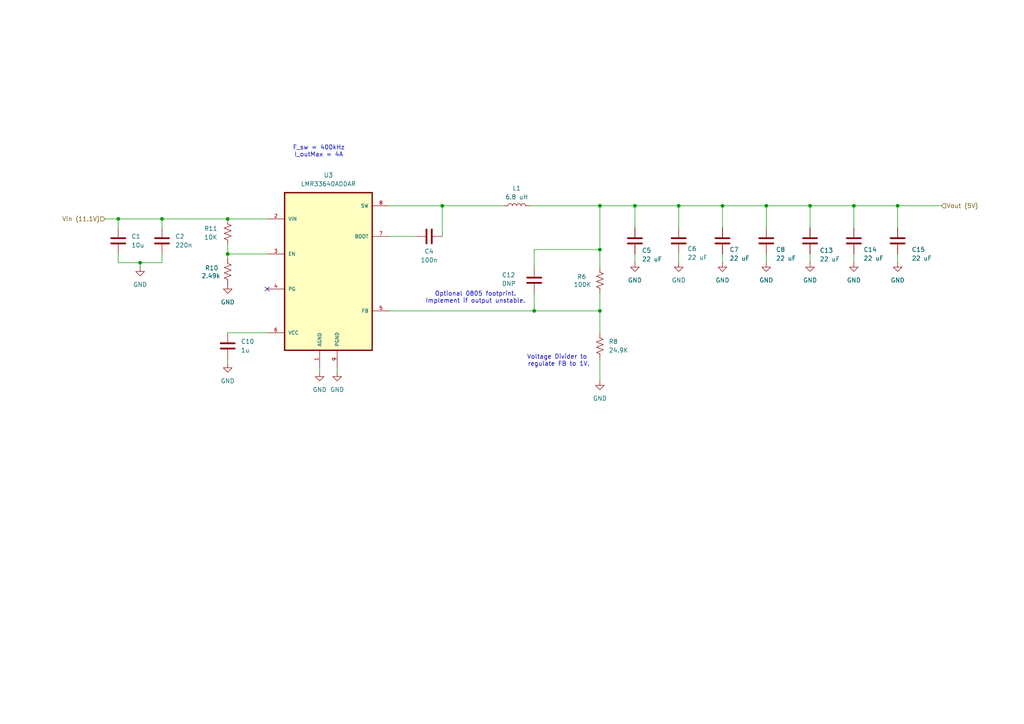
<source format=kicad_sch>
(kicad_sch (version 20250114) (generator "eeschema") (generator_version "9.0")
  (paper "A4")
  (title_block (title "Buck_Converter_Schematic") (date "2025-10-13") (company "Missouri S&T Rocket Design Team"))
  (lib_symbols
    (symbol "Device:C" (pin_numbers (hide yes)) (pin_names (offset 0.254))
      (property "Reference" "C" (at 0.635 2.54 0))
      (property "Value" "C" (at 0.635 -2.54 0))
      (symbol "C_0_1"
        (polyline (pts (xy -2.032 0.762) (xy 2.032 0.762)) (stroke (width 0.508)))
        (polyline (pts (xy -2.032 -0.762) (xy 2.032 -0.762)) (stroke (width 0.508)))
      )
      (symbol "C_1_1"
        (pin passive line (at 0 3.81 270) (length 2.794) (name "~") (number "1"))
        (pin passive line (at 0 -3.81 90) (length 2.794) (name "~") (number "2"))
      )
    )
    (symbol "Device:L" (pin_numbers (hide yes)) (pin_names (offset 1.016) (hide yes))
      (property "Reference" "L" (at -1.27 0 90))
      (property "Value" "L" (at 1.905 0 90))
      (symbol "L_0_1"
        (arc (start 0 2.54) (mid 0.6323 1.905) (end 0 1.27))
        (arc (start 0 1.27) (mid 0.6323 0.635) (end 0 0))
        (arc (start 0 0) (mid 0.6323 -0.635) (end 0 -1.27))
        (arc (start 0 -1.27) (mid 0.6323 -1.905) (end 0 -2.54))
      )
      (symbol "L_1_1"
        (pin passive line (at 0 3.81 270) (length 1.27) (name "1") (number "1"))
        (pin passive line (at 0 -3.81 90) (length 1.27) (name "2") (number "2"))
      )
    )
    (symbol "Device:R_US" (pin_numbers (hide yes)) (pin_names (offset 0))
      (property "Reference" "R" (at 2.54 0 90))
      (property "Value" "R_US" (at -2.54 0 90))
      (symbol "R_US_0_1"
        (polyline (pts (xy 0 2.286) (xy 0 2.54)))
        (polyline (pts (xy 0 2.286) (xy 1.016 1.905) (xy 0 1.524) (xy -1.016 1.143) (xy 0 0.762)))
        (polyline (pts (xy 0 0.762) (xy 1.016 0.381) (xy 0 0) (xy -1.016 -0.381) (xy 0 -0.762)))
        (polyline (pts (xy 0 -0.762) (xy 1.016 -1.143) (xy 0 -1.524) (xy -1.016 -1.905) (xy 0 -2.286)))
        (polyline (pts (xy 0 -2.286) (xy 0 -2.54)))
      )
      (symbol "R_US_1_1"
        (pin passive line (at 0 3.81 270) (length 1.27) (name "~") (number "1"))
        (pin passive line (at 0 -3.81 90) (length 1.27) (name "~") (number "2"))
      )
    )
    (symbol "LMR33640ADDAR:LMR33640ADDAR" (pin_names (offset 1.016))
      (property "Reference" "U" (at -12.7 23.86 0))
      (property "Value" "LMR33640ADDAR" (at -27.432 -26.924 0))
      (symbol "LMR33640ADDAR_0_0"
        (rectangle (start -12.7 22.86) (end 12.7 -22.86) (stroke (width 0.41)) (fill (type background)))
        (pin input line (at -17.78 15.24 0) (length 5.08) (name "VIN") (number "2"))
        (pin bidirectional line (at -17.78 5.08 0) (length 5.08) (name "EN") (number "3"))
        (pin bidirectional line (at -17.78 -5.08 0) (length 5.08) (name "PG") (number "4"))
        (pin power_in line (at -17.78 -17.78 0) (length 5.08) (name "VCC") (number "6"))
        (pin power_in line (at -2.54 -27.94 90) (length 5.08) (name "AGND") (number "1"))
        (pin bidirectional line (at 17.78 19.05 180) (length 5.08) (name "SW") (number "8"))
        (pin bidirectional line (at 17.78 10.16 180) (length 5.08) (name "BOOT") (number "7"))
        (pin bidirectional line (at 17.78 -11.43 180) (length 5.08) (name "FB") (number "5"))
      )
      (symbol "LMR33640ADDAR_1_0"
        (pin power_in line (at 2.54 -27.94 90) (length 5.08) (name "PGND") (number "9"))
      )
    )
    (symbol "power:GND" (power) (pin_numbers (hide yes)) (pin_names (offset 0) (hide yes))
      (property "Value" "GND" (at 0 -3.81 0))
      (symbol "GND_0_1"
        (polyline (pts (xy 0 0) (xy 0 -1.27) (xy 1.27 -1.27) (xy 0 -2.54) (xy -1.27 -1.27) (xy 0 -1.27)))
      )
      (symbol "GND_1_1"
        (pin power_in line (at 0 0 270) (length 0) (name "~") (number "1"))
      )
    )
  )
  (text "Optional 0805 footprint.\nImplement if output unstable." (at 137.922 86.36 0) (effects (font (size 1.27 1.27))))
  (text "Voltage Divider to \nregulate FB to 1V." (at 162.052 104.648 0) (effects (font (size 1.27 1.27))))
  (text "F_sw = 400kHz\nI_outMax = 4A" (at 92.456 43.942 0) (effects (font (size 1.27 1.27))))
  (junction (at 66.04 63.5))
  (junction (at 66.04 73.66))
  (junction (at 260.35 59.69))
  (junction (at 154.94 90.17))
  (junction (at 196.85 59.69))
  (junction (at 173.99 72.39))
  (junction (at 184.15 59.69))
  (junction (at 173.99 90.17))
  (junction (at 34.29 63.5))
  (junction (at 46.99 63.5))
  (junction (at 234.95 59.69))
  (junction (at 128.27 59.69))
  (junction (at 222.25 59.69))
  (junction (at 40.64 76.2))
  (junction (at 209.55 59.69))
  (junction (at 247.65 59.69))
  (junction (at 173.99 59.69))
  (no_connect (at 77.47 83.82))
  (wire (pts (xy 196.85 59.69) (xy 196.85 66.04)))
  (wire (pts (xy 128.27 59.69) (xy 113.03 59.69)))
  (wire (pts (xy 30.48 63.5) (xy 34.29 63.5)))
  (wire (pts (xy 154.94 90.17) (xy 173.99 90.17)))
  (wire (pts (xy 154.94 85.09) (xy 154.94 90.17)))
  (wire (pts (xy 247.65 59.69) (xy 247.65 66.04)))
  (wire (pts (xy 209.55 59.69) (xy 209.55 66.04)))
  (wire (pts (xy 222.25 73.66) (xy 222.25 76.2)))
  (wire (pts (xy 128.27 59.69) (xy 128.27 68.58)))
  (wire (pts (xy 97.79 107.95) (xy 97.79 106.68)))
  (wire (pts (xy 173.99 72.39) (xy 173.99 77.47)))
  (wire (pts (xy 46.99 63.5) (xy 46.99 66.04)))
  (wire (pts (xy 66.04 105.41) (xy 66.04 104.14)))
  (wire (pts (xy 173.99 90.17) (xy 173.99 85.09)))
  (wire (pts (xy 46.99 63.5) (xy 66.04 63.5)))
  (wire (pts (xy 34.29 63.5) (xy 46.99 63.5)))
  (wire (pts (xy 46.99 73.66) (xy 46.99 76.2)))
  (wire (pts (xy 247.65 59.69) (xy 234.95 59.69)))
  (wire (pts (xy 234.95 59.69) (xy 234.95 66.04)))
  (wire (pts (xy 146.05 59.69) (xy 128.27 59.69)))
  (wire (pts (xy 196.85 73.66) (xy 196.85 76.2)))
  (wire (pts (xy 260.35 59.69) (xy 247.65 59.69)))
  (wire (pts (xy 34.29 76.2) (xy 40.64 76.2)))
  (wire (pts (xy 153.67 59.69) (xy 173.99 59.69)))
  (wire (pts (xy 273.05 59.69) (xy 260.35 59.69)))
  (wire (pts (xy 260.35 73.66) (xy 260.35 76.2)))
  (wire (pts (xy 184.15 59.69) (xy 184.15 66.04)))
  (wire (pts (xy 92.71 107.95) (xy 92.71 106.68)))
  (wire (pts (xy 66.04 71.12) (xy 66.04 73.66)))
  (wire (pts (xy 113.03 90.17) (xy 154.94 90.17)))
  (wire (pts (xy 173.99 59.69) (xy 173.99 72.39)))
  (wire (pts (xy 173.99 104.14) (xy 173.99 110.49)))
  (wire (pts (xy 196.85 59.69) (xy 209.55 59.69)))
  (wire (pts (xy 66.04 96.52) (xy 77.47 96.52)))
  (wire (pts (xy 34.29 63.5) (xy 34.29 66.04)))
  (wire (pts (xy 154.94 72.39) (xy 173.99 72.39)))
  (wire (pts (xy 66.04 73.66) (xy 77.47 73.66)))
  (wire (pts (xy 173.99 90.17) (xy 173.99 96.52)))
  (wire (pts (xy 46.99 76.2) (xy 40.64 76.2)))
  (wire (pts (xy 247.65 73.66) (xy 247.65 76.2)))
  (wire (pts (xy 209.55 59.69) (xy 222.25 59.69)))
  (wire (pts (xy 113.03 68.58) (xy 120.65 68.58)))
  (wire (pts (xy 234.95 73.66) (xy 234.95 76.2)))
  (wire (pts (xy 209.55 73.66) (xy 209.55 76.2)))
  (wire (pts (xy 34.29 73.66) (xy 34.29 76.2)))
  (wire (pts (xy 184.15 59.69) (xy 173.99 59.69)))
  (wire (pts (xy 66.04 73.66) (xy 66.04 74.93)))
  (wire (pts (xy 154.94 77.47) (xy 154.94 72.39)))
  (wire (pts (xy 184.15 59.69) (xy 196.85 59.69)))
  (wire (pts (xy 222.25 59.69) (xy 222.25 66.04)))
  (wire (pts (xy 260.35 59.69) (xy 260.35 66.04)))
  (wire (pts (xy 40.64 76.2) (xy 40.64 77.47)))
  (wire (pts (xy 184.15 73.66) (xy 184.15 76.2)))
  (wire (pts (xy 66.04 63.5) (xy 77.47 63.5)))
  (wire (pts (xy 234.95 59.69) (xy 222.25 59.69)))
  (hierarchical_label "Vout (5V)" (shape input) (at 273.05 59.69 0))
  (hierarchical_label "Vin (11.1V)" (shape input) (at 30.48 63.5 180))
  (symbol (lib_id "Device:C") (at 46.99 69.85 0) (unit 1)
    (property "Reference" "C2" (at 50.8 68.58 0) (effects (justify left)))
    (property "Value" "220n" (at 50.8 71.12 0) (effects (justify left)))
    (property "Footprint" "Capacitor_SMD:C_0805_2012Metric" (effects (hide yes)))
    (property "Datasheet" "https://www.samsungsem.com/resources/file/global/support/product_catalog/MLCC.pdf" (effects (hide yes)))
    (property "DigiKey" "https://www.digikey.com/en/products/detail/samsung-electro-mechanics/CL21B224KBFNNNG/3894501" (effects (hide yes)))
  )
  (symbol (lib_id "power:GND") (at 222.25 76.2 0) (unit 1)
    (property "Reference" "#PWR042" (effects (hide yes)))
    (property "Value" "GND" (at 222.25 81.28 0))
    (property "Description" "Power symbol creates a global label with name \"GND\" , ground" (effects (hide yes)))
  )
  (symbol (lib_id "power:GND") (at 234.95 76.2 0) (unit 1)
    (property "Reference" "#PWR032" (effects (hide yes)))
    (property "Value" "GND" (at 234.95 81.28 0))
    (property "Description" "Power symbol creates a global label with name \"GND\" , ground" (effects (hide yes)))
  )
  (symbol (lib_id "power:GND") (at 209.55 76.2 0) (unit 1)
    (property "Reference" "#PWR041" (effects (hide yes)))
    (property "Value" "GND" (at 209.55 81.28 0))
    (property "Description" "Power symbol creates a global label with name \"GND\" , ground" (effects (hide yes)))
  )
  (symbol (lib_id "Device:L") (at 149.86 59.69 90) (unit 1)
    (property "Reference" "L1" (at 149.86 54.61 90))
    (property "Value" "6.8 uH" (at 149.86 57.15 90))
    (property "Footprint" "CSBX0650-6R8M:IND_CSBX0650-6R8M" (effects (hide yes)))
    (property "Datasheet" "https://www.codaca.com/Private/pdf/CSBX0650.pdf" (effects (hide yes)))
    (property "Description" "Inductor" (effects (hide yes)))
    (property "DigiKey" "https://www.digikey.com/en/products/detail/codaca/CSBX0650-6R8M/16023993" (effects (hide yes)))
  )
  (symbol (lib_id "power:GND") (at 92.71 107.95 0) (unit 1)
    (property "Reference" "#PWR038" (effects (hide yes)))
    (property "Value" "GND" (at 92.71 113.03 0))
    (property "Description" "Power symbol creates a global label with name \"GND\" , ground" (effects (hide yes)))
  )
  (symbol (lib_id "Device:C") (at 184.15 69.85 0) (unit 1)
    (property "Reference" "C5" (at 186.182 72.644 0) (effects (justify left)))
    (property "Value" "22 uF" (at 186.182 75.184 0) (effects (justify left)))
    (property "Footprint" "Capacitor_SMD:C_0805_2012Metric" (effects (hide yes)))
    (property "Datasheet" "https://mm.digikey.com/Volume0/opasdata/d220001/medias/docus/2414/CL21A226MAYNNWE_Spec.pdf" (effects (hide yes)))
    (property "Description" "Unpolarized capacitor" (effects (hide yes)))
    (property "DigiKey" "https://www.digikey.com/en/products/detail/samsung-electro-mechanics/CL21A226MAYNNWE/16344162" (effects (hide yes)))
  )
  (symbol (lib_id "Device:C") (at 209.55 69.85 0) (unit 1)
    (property "Reference" "C7" (at 211.582 72.39 0) (effects (justify left)))
    (property "Value" "22 uF" (at 211.582 74.93 0) (effects (justify left)))
    (property "Footprint" "Capacitor_SMD:C_0805_2012Metric" (effects (hide yes)))
    (property "Datasheet" "https://mm.digikey.com/Volume0/opasdata/d220001/medias/docus/2414/CL21A226MAYNNWE_Spec.pdf" (effects (hide yes)))
    (property "Description" "Unpolarized capacitor" (effects (hide yes)))
    (property "DigiKey" "https://www.digikey.com/en/products/detail/samsung-electro-mechanics/CL21A226MAYNNWE/16344162" (effects (hide yes)))
  )
  (symbol (lib_id "power:GND") (at 66.04 105.41 0) (unit 1)
    (property "Reference" "#PWR026" (effects (hide yes)))
    (property "Value" "GND" (at 66.04 110.49 0))
    (property "Description" "Power symbol creates a global label with name \"GND\" , ground" (effects (hide yes)))
  )
  (symbol (lib_id "power:GND") (at 196.85 76.2 0) (unit 1)
    (property "Reference" "#PWR040" (effects (hide yes)))
    (property "Value" "GND" (at 196.85 81.28 0))
    (property "Description" "Power symbol creates a global label with name \"GND\" , ground" (effects (hide yes)))
  )
  (symbol (lib_id "power:GND") (at 184.15 76.2 0) (unit 1)
    (property "Reference" "#PWR035" (effects (hide yes)))
    (property "Value" "GND" (at 184.15 81.28 0))
    (property "Description" "Power symbol creates a global label with name \"GND\" , ground" (effects (hide yes)))
  )
  (symbol (lib_id "Device:C") (at 66.04 100.33 0) (unit 1)
    (property "Reference" "C10" (at 69.85 99.06 0) (effects (justify left)))
    (property "Value" "1u" (at 69.85 101.6 0) (effects (justify left)))
    (property "Footprint" "Capacitor_SMD:C_0805_2012Metric" (effects (hide yes)))
    (property "Datasheet" "https://mm.digikey.com/Volume0/opasdata/d220001/medias/docus/3713/CL21Y105KCYVPNE_DS.pdf" (effects (hide yes)))
    (property "DigiKey" "https://www.digikey.com/en/products/detail/samsung-electro-mechanics/CL21Y105KCYVPNE/14565404" (effects (hide yes)))
  )
  (symbol (lib_id "Device:R_US") (at 173.99 100.33 0) (unit 1)
    (property "Reference" "R8" (at 176.53 99.0599 0) (effects (justify left)))
    (property "Value" "24.9K" (at 176.53 101.5999 0) (effects (justify left)))
    (property "Footprint" "Resistor_SMD:R_0603_1608Metric" (effects (hide yes)))
    (property "Datasheet" "https://www.vishay.com/docs/28758/tnpw_e3.pdf" (effects (hide yes)))
    (property "DigiKey" "https://www.digikey.com/en/products/detail/vishay-dale/TNPW0603100KBEEA/1606995" (effects (hide yes)))
  )
  (symbol (lib_id "Device:R_US") (at 66.04 78.74 180) (unit 1)
    (property "Reference" "R10" (at 59.436 77.724 0) (effects (justify right)))
    (property "Value" "2.49k" (at 58.42 80.01 0) (effects (justify right)))
    (property "Footprint" "Resistor_SMD:R_0603_1608Metric" (effects (hide yes)))
    (property "Datasheet" "https://www.vishay.com/docs/28758/tnpw_e3.pdf" (effects (hide yes)))
    (property "DigiKey" "https://www.digikey.com/en/products/detail/vishay-dale/TNPW06032K49BEEA/1606810" (effects (hide yes)))
  )
  (symbol (lib_id "Device:C") (at 154.94 81.28 180) (unit 1)
    (property "Reference" "C12" (at 145.542 79.756 0) (effects (justify right)))
    (property "Value" "DNP" (at 145.542 82.296 0) (effects (justify right)))
    (property "Footprint" "Capacitor_SMD:C_0805_2012Metric" (effects (hide yes)))
    (property "Description" "Unpolarized capacitor" (effects (hide yes)))
  )
  (symbol (lib_id "Device:C") (at 260.35 69.85 0) (unit 1)
    (property "Reference" "C15" (at 264.414 72.39 0) (effects (justify left)))
    (property "Value" "22 uF" (at 264.414 74.93 0) (effects (justify left)))
    (property "Footprint" "Capacitor_SMD:C_0805_2012Metric" (effects (hide yes)))
    (property "Datasheet" "https://mm.digikey.com/Volume0/opasdata/d220001/medias/docus/2414/CL21A226MAYNNWE_Spec.pdf" (effects (hide yes)))
    (property "Description" "Unpolarized capacitor" (effects (hide yes)))
    (property "DigiKey" "https://www.digikey.com/en/products/detail/samsung-electro-mechanics/CL21A226MAYNNWE/16344162" (effects (hide yes)))
  )
  (symbol (lib_id "power:GND") (at 66.04 82.55 0) (unit 1)
    (property "Reference" "#PWR031" (effects (hide yes)))
    (property "Value" "GND" (at 66.04 87.63 0))
    (property "Description" "Power symbol creates a global label with name \"GND\" , ground" (effects (hide yes)))
  )
  (symbol (lib_id "Device:C") (at 222.25 69.85 0) (unit 1)
    (property "Reference" "C8" (at 225.044 72.39 0) (effects (justify left)))
    (property "Value" "22 uF" (at 225.044 74.93 0) (effects (justify left)))
    (property "Footprint" "Capacitor_SMD:C_0805_2012Metric" (effects (hide yes)))
    (property "Datasheet" "https://mm.digikey.com/Volume0/opasdata/d220001/medias/docus/2414/CL21A226MAYNNWE_Spec.pdf" (effects (hide yes)))
    (property "Description" "Unpolarized capacitor" (effects (hide yes)))
    (property "DigiKey" "https://www.digikey.com/en/products/detail/samsung-electro-mechanics/CL21A226MAYNNWE/16344162" (effects (hide yes)))
  )
  (symbol (lib_id "Device:R_US") (at 173.99 81.28 180) (unit 1)
    (property "Reference" "R6" (at 167.386 80.264 0) (effects (justify right)))
    (property "Value" "100K" (at 166.37 82.55 0) (effects (justify right)))
    (property "Footprint" "Resistor_SMD:R_0603_1608Metric" (effects (hide yes)))
    (property "Datasheet" "https://www.vishay.com/docs/28758/tnpw_e3.pdf" (effects (hide yes)))
    (property "DigiKey" "https://www.digikey.com/en/products/detail/vishay-dale/TNPW0603100KBEEA/1606995" (effects (hide yes)))
  )
  (symbol (lib_id "Device:R_US") (at 66.04 67.31 0) (unit 1)
    (property "Reference" "R11" (at 59.182 66.294 0) (effects (justify left)))
    (property "Value" "10K" (at 59.182 68.834 0) (effects (justify left)))
    (property "Footprint" "Resistor_SMD:R_0603_1608Metric" (effects (hide yes)))
    (property "Datasheet" "https://www.vishay.com/docs/28758/tnpw_e3.pdf" (effects (hide yes)))
    (property "DigiKey" "https://www.digikey.com/en/products/detail/vishay-dale/TNPW060310K0BEEA/1606881" (effects (hide yes)))
  )
  (symbol (lib_id "Device:C") (at 34.29 69.85 0) (unit 1)
    (property "Reference" "C1" (at 38.1 68.58 0) (effects (justify left)))
    (property "Value" "10u" (at 38.1 71.12 0) (effects (justify left)))
    (property "Footprint" "Capacitor_SMD:C_0805_2012Metric" (effects (hide yes)))
    (property "Datasheet" "https://mm.digikey.com/Volume0/opasdata/d220001/medias/docus/5545/CL21A106KAYNNNE%20Spec.pdf" (effects (hide yes)))
    (property "DigiKey" "https://www.digikey.com/en/products/detail/samsung-electro-mechanics/CL21A106KAYNNNE/3888549" (effects (hide yes)))
  )
  (symbol (lib_id "power:GND") (at 247.65 76.2 0) (unit 1)
    (property "Reference" "#PWR033" (effects (hide yes)))
    (property "Value" "GND" (at 247.65 81.28 0))
    (property "Description" "Power symbol creates a global label with name \"GND\" , ground" (effects (hide yes)))
  )
  (symbol (lib_id "power:GND") (at 173.99 110.49 0) (unit 1)
    (property "Reference" "#PWR036" (effects (hide yes)))
    (property "Value" "GND" (at 173.99 115.57 0))
    (property "Description" "Power symbol creates a global label with name \"GND\" , ground" (effects (hide yes)))
  )
  (symbol (lib_id "Device:C") (at 234.95 69.85 0) (unit 1)
    (property "Reference" "C13" (at 237.744 72.644 0) (effects (justify left)))
    (property "Value" "22 uF" (at 237.744 75.184 0) (effects (justify left)))
    (property "Footprint" "Capacitor_SMD:C_0805_2012Metric" (effects (hide yes)))
    (property "Datasheet" "https://mm.digikey.com/Volume0/opasdata/d220001/medias/docus/2414/CL21A226MAYNNWE_Spec.pdf" (effects (hide yes)))
    (property "Description" "Unpolarized capacitor" (effects (hide yes)))
    (property "DigiKey" "https://www.digikey.com/en/products/detail/samsung-electro-mechanics/CL21A226MAYNNWE/16344162" (effects (hide yes)))
  )
  (symbol (lib_id "power:GND") (at 40.64 77.47 0) (unit 1)
    (property "Reference" "#PWR039" (effects (hide yes)))
    (property "Value" "GND" (at 40.64 82.55 0))
    (property "Description" "Power symbol creates a global label with name \"GND\" , ground" (effects (hide yes)))
  )
  (symbol (lib_id "Device:C") (at 124.46 68.58 90) (unit 1)
    (property "Reference" "C4" (at 124.46 72.898 90))
    (property "Value" "100n" (at 124.46 75.438 90))
    (property "Footprint" "Capacitor_SMD:C_0603_1608Metric" (effects (hide yes)))
    (property "Datasheet" "https://mm.digikey.com/Volume0/opasdata/d220001/medias/docus/609/CL10B104KB8NNNC_Spec.pdf" (effects (hide yes)))
    (property "DigiKey" "https://www.digikey.com/en/products/detail/samsung-electro-mechanics/CL10B104KB8NNNC/3886658" (effects (hide yes)))
  )
  (symbol (lib_id "Device:C") (at 196.85 69.85 0) (unit 1)
    (property "Reference" "C6" (at 199.39 72.136 0) (effects (justify left)))
    (property "Value" "22 uF" (at 199.39 74.676 0) (effects (justify left)))
    (property "Footprint" "Capacitor_SMD:C_0805_2012Metric" (effects (hide yes)))
    (property "Datasheet" "https://mm.digikey.com/Volume0/opasdata/d220001/medias/docus/2414/CL21A226MAYNNWE_Spec.pdf" (effects (hide yes)))
    (property "Description" "Unpolarized capacitor" (effects (hide yes)))
    (property "DigiKey" "https://www.digikey.com/en/products/detail/samsung-electro-mechanics/CL21A226MAYNNWE/16344162" (effects (hide yes)))
  )
  (symbol (lib_id "Device:C") (at 247.65 69.85 0) (unit 1)
    (property "Reference" "C14" (at 250.444 72.39 0) (effects (justify left)))
    (property "Value" "22 uF" (at 250.444 74.93 0) (effects (justify left)))
    (property "Footprint" "Capacitor_SMD:C_0805_2012Metric" (effects (hide yes)))
    (property "Datasheet" "https://mm.digikey.com/Volume0/opasdata/d220001/medias/docus/2414/CL21A226MAYNNWE_Spec.pdf" (effects (hide yes)))
    (property "Description" "Unpolarized capacitor" (effects (hide yes)))
    (property "DigiKey" "https://www.digikey.com/en/products/detail/samsung-electro-mechanics/CL21A226MAYNNWE/16344162" (effects (hide yes)))
  )
  (symbol (lib_id "power:GND") (at 97.79 107.95 0) (unit 1)
    (property "Reference" "#PWR037" (effects (hide yes)))
    (property "Value" "GND" (at 97.79 113.03 0))
    (property "Description" "Power symbol creates a global label with name \"GND\" , ground" (effects (hide yes)))
  )
  (symbol (lib_id "power:GND") (at 260.35 76.2 0) (unit 1)
    (property "Reference" "#PWR034" (effects (hide yes)))
    (property "Value" "GND" (at 260.35 81.28 0))
    (property "Description" "Power symbol creates a global label with name \"GND\" , ground" (effects (hide yes)))
  )
  (symbol (lib_id "LMR33640ADDAR:LMR33640ADDAR") (at 95.25 78.74 0) (unit 1)
    (property "Reference" "U3" (at 95.25 50.8 0))
    (property "Value" "LMR33640ADDAR" (at 95.25 53.34 0))
    (property "Footprint" "Package_SO:Texas_HSOP-8-1EP_3.9x4.9mm_P1.27mm_ThermalVias" (effects (hide yes)))
    (property "Datasheet" "https://www.ti.com/lit/ds/symlink/lmr33640.pdf?HQS=dis-dk-null-digikeymode-dsf-pf-null-wwe&ts=1760144919853" (effects (hide yes)))
    (property "DigiKey" "https://www.digikey.com/en/products/detail/texas-instruments/LMR33640ADDAR/11308782?s=N4IgTCBcDaIDIFkBKBmFA2ALABgIIBF9ckQBdAXyA" (effects (hide yes)))
  )
)
</source>
